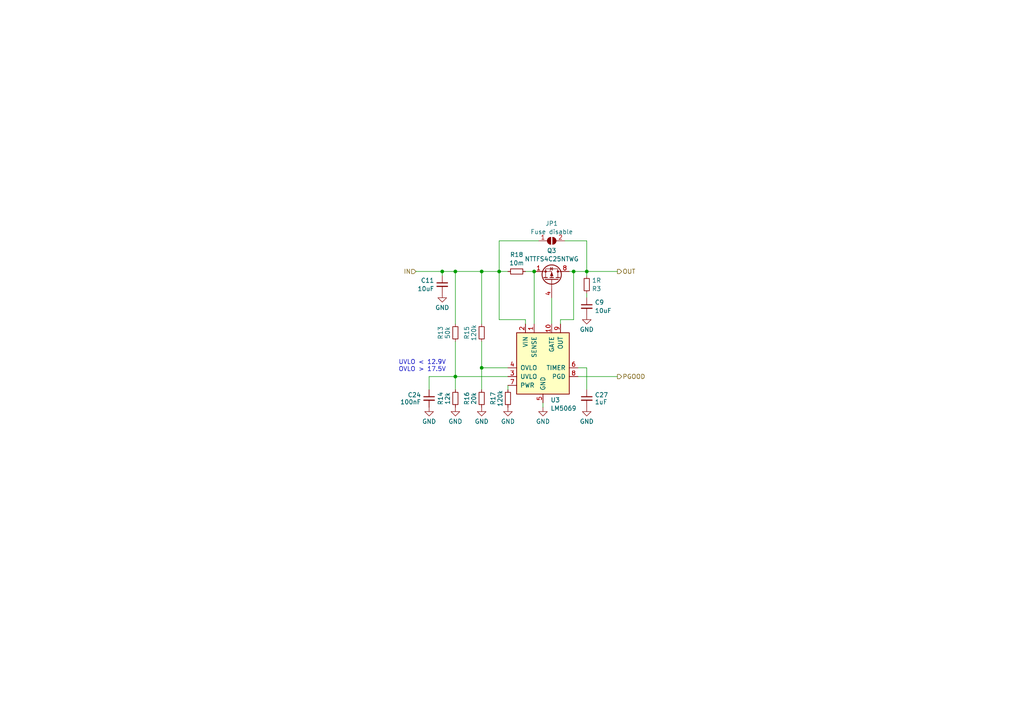
<source format=kicad_sch>
(kicad_sch (version 20230121) (generator eeschema)
  (paper "A4")
  (lib_symbols
    (symbol "Device:C_Small" (pin_numbers hide) (pin_names (offset 0.254) hide)
      (property "Reference" "C" (at 0.254 1.778 0))
      (property "Value" "C_Small" (at 0.254 -2.032 0))
      (symbol "C_Small_0_1"
        (polyline (pts (xy -1.524 -0.508) (xy 1.524 -0.508)) (stroke (width 0.3302)))
        (polyline (pts (xy -1.524 0.508) (xy 1.524 0.508)) (stroke (width 0.3048)))
      )
      (symbol "C_Small_1_1"
        (pin passive line (at 0 2.54 270) (length 2.032) (name "~") (number "1"))
        (pin passive line (at 0 -2.54 90) (length 2.032) (name "~") (number "2"))
      )
    )
    (symbol "Device:R_Small" (pin_numbers hide) (pin_names (offset 0.254) hide)
      (property "Reference" "R" (at 0.762 0.508 0))
      (property "Value" "R_Small" (at 0.762 -1.016 0))
      (symbol "R_Small_0_1"
        (rectangle (start -0.762 1.778) (end 0.762 -1.778) (stroke (width 0.2032)))
      )
      (symbol "R_Small_1_1"
        (pin passive line (at 0 2.54 270) (length 0.762) (name "~") (number "1"))
        (pin passive line (at 0 -2.54 90) (length 0.762) (name "~") (number "2"))
      )
    )
    (symbol "Jumper:SolderJumper_2_Open" (pin_names (offset 0) hide)
      (property "Reference" "JP" (at 0 2.032 0))
      (property "Value" "SolderJumper_2_Open" (at 0 -2.54 0))
      (symbol "SolderJumper_2_Open_0_1"
        (arc (start -0.254 1.016) (mid -1.2656 0) (end -0.254 -1.016))
        (arc (start -0.254 1.016) (mid -1.2656 0) (end -0.254 -1.016) (fill (type outline)))
        (polyline (pts (xy -0.254 1.016) (xy -0.254 -1.016)))
        (polyline (pts (xy 0.254 1.016) (xy 0.254 -1.016)))
        (arc (start 0.254 -1.016) (mid 1.2656 0) (end 0.254 1.016))
        (arc (start 0.254 -1.016) (mid 1.2656 0) (end 0.254 1.016) (fill (type outline)))
      )
      (symbol "SolderJumper_2_Open_1_1"
        (pin passive line (at -3.81 0 0) (length 2.54) (name "A") (number "1"))
        (pin passive line (at 3.81 0 180) (length 2.54) (name "B") (number "2"))
      )
    )
    (symbol "Power_Management_TI:LM5069" (pin_names (offset 1.016))
      (property "Reference" "U" (at -7.62 -11.43 0))
      (property "Value" "LM5069" (at 1.27 -11.43 0))
      (symbol "LM5069_0_1"
        (rectangle (start -7.62 7.62) (end 7.62 -10.16) (stroke (width 0.254)) (fill (type background)))
      )
      (symbol "LM5069_1_0"
        (pin power_in line (at 0 -12.7 90) (length 2.54) (name "GND") (number "5"))
      )
      (symbol "LM5069_1_1"
        (pin input line (at -2.54 10.16 270) (length 2.54) (name "SENSE") (number "1"))
        (pin output line (at 2.54 10.16 270) (length 2.54) (name "GATE") (number "10"))
        (pin power_in line (at -5.08 10.16 270) (length 2.54) (name "VIN") (number "2"))
        (pin input line (at -10.16 -5.08 0) (length 2.54) (name "UVLO") (number "3"))
        (pin input line (at -10.16 -2.54 0) (length 2.54) (name "OVLO") (number "4"))
        (pin input line (at 10.16 -2.54 180) (length 2.54) (name "TIMER") (number "6"))
        (pin input line (at -10.16 -7.62 0) (length 2.54) (name "PWR") (number "7"))
        (pin open_collector line (at 10.16 -5.08 180) (length 2.54) (name "PGD") (number "8"))
        (pin input line (at 5.08 10.16 270) (length 2.54) (name "OUT") (number "9"))
      )
    )
    (symbol "Transistor_FET:IRF7404" (pin_names hide)
      (property "Reference" "Q" (at 5.08 1.905 0))
      (property "Value" "IRF7404" (at 5.08 0 0))
      (symbol "IRF7404_0_1"
        (polyline (pts (xy 0.254 0) (xy -2.54 0)))
        (polyline (pts (xy 0.254 1.905) (xy 0.254 -1.905)) (stroke (width 0.254)))
        (polyline (pts (xy 0.762 -1.27) (xy 0.762 -2.286)) (stroke (width 0.254)))
        (polyline (pts (xy 0.762 0.508) (xy 0.762 -0.508)) (stroke (width 0.254)))
        (polyline (pts (xy 0.762 2.286) (xy 0.762 1.27)) (stroke (width 0.254)))
        (polyline (pts (xy 2.54 2.54) (xy 2.54 1.778)))
        (polyline (pts (xy 2.54 -2.54) (xy 2.54 0) (xy 0.762 0)))
        (polyline (pts (xy 0.762 1.778) (xy 3.302 1.778) (xy 3.302 -1.778) (xy 0.762 -1.778)))
        (polyline (pts (xy 2.286 0) (xy 1.27 0.381) (xy 1.27 -0.381) (xy 2.286 0)) (fill (type outline)))
        (polyline (pts (xy 2.794 -0.508) (xy 2.921 -0.381) (xy 3.683 -0.381) (xy 3.81 -0.254)))
        (polyline (pts (xy 3.302 -0.381) (xy 2.921 0.254) (xy 3.683 0.254) (xy 3.302 -0.381)))
        (circle (center 1.651 0) (radius 2.794) (stroke (width 0.254)))
        (circle (center 2.54 -1.778) (radius 0.254) (fill (type outline)))
        (circle (center 2.54 1.778) (radius 0.254) (fill (type outline)))
      )
      (symbol "IRF7404_1_1"
        (pin passive line (at 2.54 -5.08 90) (length 2.54) (name "S") (number "1"))
        (pin passive line (at 2.54 -5.08 90) (length 2.54) hide (name "S") (number "2"))
        (pin passive line (at 2.54 -5.08 90) (length 2.54) hide (name "S") (number "3"))
        (pin passive line (at -5.08 0 0) (length 2.54) (name "G") (number "4"))
        (pin passive line (at 2.54 5.08 270) (length 2.54) hide (name "D") (number "5"))
        (pin passive line (at 2.54 5.08 270) (length 2.54) hide (name "D") (number "6"))
        (pin passive line (at 2.54 5.08 270) (length 2.54) hide (name "D") (number "7"))
        (pin passive line (at 2.54 5.08 270) (length 2.54) (name "D") (number "8"))
      )
    )
    (symbol "power:GND" (power) (pin_names (offset 0))
      (property "Value" "GND" (at 0 -3.81 0))
      (symbol "GND_0_1"
        (polyline (pts (xy 0 0) (xy 0 -1.27) (xy 1.27 -1.27) (xy 0 -2.54) (xy -1.27 -1.27) (xy 0 -1.27)))
      )
      (symbol "GND_1_1"
        (pin power_in line (at 0 0 270) (length 0) hide (name "GND") (number "1"))
      )
    )
  )
  (junction (at 154.94 78.74))
  (junction (at 144.78 78.74))
  (junction (at 128.27 78.74))
  (junction (at 132.08 109.22))
  (junction (at 132.08 78.74))
  (junction (at 170.18 78.74))
  (junction (at 139.7 78.74))
  (junction (at 139.7 106.68))
  (junction (at 166.37 78.74))
  (wire (pts (xy 144.78 92.71) (xy 152.4 92.71)))
  (wire (pts (xy 139.7 93.98) (xy 139.7 78.74)))
  (wire (pts (xy 160.02 86.36) (xy 160.02 93.98)))
  (wire (pts (xy 170.18 69.85) (xy 163.83 69.85)))
  (wire (pts (xy 156.21 69.85) (xy 144.78 69.85)))
  (wire (pts (xy 165.1 78.74) (xy 166.37 78.74)))
  (wire (pts (xy 166.37 92.71) (xy 166.37 78.74)))
  (wire (pts (xy 162.56 92.71) (xy 166.37 92.71)))
  (wire (pts (xy 170.18 78.74) (xy 179.07 78.74)))
  (wire (pts (xy 147.32 111.76) (xy 147.32 113.03)))
  (wire (pts (xy 170.18 78.74) (xy 170.18 80.01)))
  (wire (pts (xy 162.56 93.98) (xy 162.56 92.71)))
  (wire (pts (xy 144.78 78.74) (xy 144.78 92.71)))
  (wire (pts (xy 144.78 78.74) (xy 147.32 78.74)))
  (wire (pts (xy 132.08 78.74) (xy 132.08 93.98)))
  (wire (pts (xy 132.08 109.22) (xy 147.32 109.22)))
  (wire (pts (xy 167.64 109.22) (xy 179.07 109.22)))
  (wire (pts (xy 132.08 109.22) (xy 132.08 113.03)))
  (wire (pts (xy 120.65 78.74) (xy 128.27 78.74)))
  (wire (pts (xy 124.46 109.22) (xy 132.08 109.22)))
  (wire (pts (xy 154.94 78.74) (xy 154.94 93.98)))
  (wire (pts (xy 152.4 92.71) (xy 152.4 93.98)))
  (wire (pts (xy 139.7 106.68) (xy 139.7 113.03)))
  (wire (pts (xy 144.78 69.85) (xy 144.78 78.74)))
  (wire (pts (xy 139.7 99.06) (xy 139.7 106.68)))
  (wire (pts (xy 139.7 106.68) (xy 147.32 106.68)))
  (wire (pts (xy 132.08 99.06) (xy 132.08 109.22)))
  (wire (pts (xy 124.46 109.22) (xy 124.46 113.03)))
  (wire (pts (xy 166.37 78.74) (xy 170.18 78.74)))
  (wire (pts (xy 170.18 78.74) (xy 170.18 69.85)))
  (wire (pts (xy 128.27 78.74) (xy 128.27 80.01)))
  (wire (pts (xy 170.18 113.03) (xy 170.18 106.68)))
  (wire (pts (xy 128.27 78.74) (xy 132.08 78.74)))
  (wire (pts (xy 170.18 85.09) (xy 170.18 86.36)))
  (wire (pts (xy 170.18 106.68) (xy 167.64 106.68)))
  (wire (pts (xy 157.48 116.84) (xy 157.48 118.11)))
  (wire (pts (xy 152.4 78.74) (xy 154.94 78.74)))
  (wire (pts (xy 139.7 78.74) (xy 144.78 78.74)))
  (wire (pts (xy 132.08 78.74) (xy 139.7 78.74)))
  (text "UVLO < 12.9V\nOVLO > 17.5V" (at 115.57 107.95 0) (effects (font (size 1.27 1.27)) (justify left bottom)))
  (hierarchical_label "IN" (shape input) (at 120.65 78.74 180))
  (hierarchical_label "OUT" (shape output) (at 179.07 78.74 0))
  (hierarchical_label "PGOOD" (shape output) (at 179.07 109.22 0))
  (symbol (lib_id "Transistor_FET:IRF7404") (at 160.02 81.28 270) (mirror x) (unit 1)
    (property "Reference" "Q3" (at 160.02 72.6907 90))
    (property "Value" "NTTFS4C25NTWG" (at 160.02 75.1149 90))
    (property "Footprint" "Package_DFN_FET:DFN-8-FET_3x3mm_P0.65mm" (effects hide))
    (property "Datasheet" "https://datasheet.lcsc.com/lcsc/2108140730_onsemi-NTTFS4C25NTWG_C893914.pdf" (effects hide))
    (property "LCSC" "C893914" (effects hide))
  )
  (symbol (lib_id "power:GND") (at 157.48 118.11 0) (unit 1)
    (property "Reference" "#PWR038" (effects hide))
    (property "Value" "GND" (at 157.48 122.2431 0))
    (instances (project "T41-USB-C-PSU" (path "" (reference "#PWR038") (unit 1))) (project "OpenHomeSwitch-PPoE" (path "" (reference "#PWR055") (unit 1))))
  )
  (symbol (lib_id "power:GND") (at 124.46 118.11 0) (unit 1)
    (property "Reference" "#PWR033" (effects hide))
    (property "Value" "GND" (at 124.46 122.2431 0))
    (instances (project "T41-USB-C-PSU" (path "" (reference "#PWR033") (unit 1))) (project "OpenHomeSwitch-PPoE" (path "" (reference "#PWR062") (unit 1))))
  )
  (symbol (lib_id "Device:R_Small") (at 132.08 115.57 0) (unit 1)
    (property "Reference" "R14" (at 127.7634 115.57 90))
    (property "Value" "12k" (at 129.8114 115.57 90))
    (property "Footprint" "Resistor_SMD:R_0402_1005Metric" (effects hide))
    (property "LCSC" "C25752" (effects hide))
    (instances (project "T41-USB-C-PSU" (path "" (reference "R14") (unit 1))) (project "OpenHomeSwitch-PPoE" (path "" (reference "R6") (unit 1)) (path "" (reference "R38") (unit 1))))
  )
  (symbol (lib_id "Device:R_Small") (at 132.08 96.52 0) (unit 1)
    (property "Reference" "R13" (at 127.7634 96.52 90))
    (property "Value" "50k" (at 129.8114 96.52 90))
    (property "Footprint" "Resistor_SMD:R_0402_1005Metric" (effects hide))
    (property "LCSC" "C25897" (effects hide))
    (instances (project "T41-USB-C-PSU" (path "" (reference "R13") (unit 1))) (project "OpenHomeSwitch-PPoE" (path "" (reference "R3") (unit 1)) (path "" (reference "R39") (unit 1))))
  )
  (symbol (lib_id "Device:C_Small") (at 124.46 115.57 0) (mirror y) (unit 1)
    (property "Reference" "C24" (at 122.1359 114.5523 0) (effects (justify left)))
    (property "Value" "100nF" (at 122.1359 116.6003 0) (effects (justify left)))
    (property "Footprint" "Capacitor_SMD:C_0402_1005Metric" (effects hide))
    (property "LCSC" "C1525" (effects hide))
    (instances (project "T41-USB-C-PSU" (path "" (reference "C24") (unit 1))) (project "OpenHomeSwitch-PPoE" (path "" (reference "C1") (unit 1)) (path "" (reference "C28") (unit 1))))
  )
  (symbol (lib_id "Device:C_Small") (at 128.27 82.55 0) (mirror y) (unit 1)
    (property "Reference" "C11" (at 125.9459 81.3442 0) (effects (justify left)))
    (property "Value" "10uF" (at 125.9459 83.7684 0) (effects (justify left)))
    (property "Footprint" "Capacitor_SMD:C_0805_2012Metric" (effects hide))
    (property "LCSC" "C440198" (effects hide))
    (instances (project "T41-USB-C-PSU" (path "" (reference "C11") (unit 1)) (path "" (reference "C11") (unit 1)) (path "" (reference "C20") (unit 1))))
  )
  (symbol (lib_id "power:GND") (at 128.27 85.09 0) (unit 1)
    (property "Reference" "#PWR034" (effects hide))
    (property "Value" "GND" (at 128.27 89.2231 0))
    (instances (project "T41-USB-C-PSU" (path "" (reference "#PWR034") (unit 1))) (project "OpenHomeSwitch-PPoE" (path "" (reference "#PWR060") (unit 1))))
  )
  (symbol (lib_id "power:GND") (at 170.18 118.11 0) (unit 1)
    (property "Reference" "#PWR040" (effects hide))
    (property "Value" "GND" (at 170.18 122.2431 0))
    (instances (project "T41-USB-C-PSU" (path "" (reference "#PWR040") (unit 1))) (project "OpenHomeSwitch-PPoE" (path "" (reference "#PWR059") (unit 1))))
  )
  (symbol (lib_id "Power_Management_TI:LM5069") (at 157.48 104.14 0) (unit 1)
    (property "Reference" "U3" (at 159.6741 116.0201 0) (effects (justify left)))
    (property "Value" "LM5069" (at 159.6741 118.4443 0) (effects (justify left)))
    (property "Footprint" "Package_SO:MSOP-10_3x3mm_P0.5mm" (effects hide))
    (property "Datasheet" "https://datasheet.lcsc.com/szlcsc/Texas-Instruments-TI-LM5069MM-2-NOPB_C111822.pdf" (effects hide))
    (property "LCSC" "C111822" (effects hide))
    (instances (project "T41-USB-C-PSU" (path "" (reference "U3") (unit 1))) (project "OpenHomeSwitch-PPoE" (path "" (reference "U11") (unit 1))))
  )
  (symbol (lib_id "Device:R_Small") (at 170.18 82.55 0) (mirror y) (unit 1)
    (property "Reference" "R3" (at 171.6786 83.7621 0) (effects (justify right)))
    (property "Value" "1R" (at 171.6786 81.3379 0) (effects (justify right)))
    (property "Footprint" "Resistor_SMD:R_0805_2012Metric" (effects hide))
    (property "LCSC" "C25271" (effects hide))
    (instances (project "T41-USB-C-PSU" (path "" (reference "R3") (unit 1)) (path "" (reference "R3") (unit 1)) (path "" (reference "R6") (unit 1)) (path "" (reference "R21") (unit 1))))
  )
  (symbol (lib_id "Device:R_Small") (at 139.7 115.57 0) (unit 1)
    (property "Reference" "R16" (at 135.3834 115.57 90))
    (property "Value" "20k" (at 137.4314 115.57 90))
    (property "Footprint" "Resistor_SMD:R_0402_1005Metric" (effects hide))
    (property "LCSC" "C25765" (effects hide))
    (instances (project "T41-USB-C-PSU" (path "" (reference "R16") (unit 1))) (project "OpenHomeSwitch-PPoE" (path "" (reference "R6") (unit 1)) (path "" (reference "R37") (unit 1))))
  )
  (symbol (lib_id "Device:R_Small") (at 147.32 115.57 0) (unit 1)
    (property "Reference" "R17" (at 143.0034 115.57 90))
    (property "Value" "120k" (at 145.0514 115.57 90))
    (property "Footprint" "Resistor_SMD:R_0402_1005Metric" (effects hide))
    (property "LCSC" "C25750" (effects hide))
    (instances (project "T41-USB-C-PSU" (path "" (reference "R17") (unit 1))) (project "OpenHomeSwitch-PPoE" (path "" (reference "R6") (unit 1)) (path "" (reference "R40") (unit 1))))
  )
  (symbol (lib_id "power:GND") (at 132.08 118.11 0) (unit 1)
    (property "Reference" "#PWR035" (effects hide))
    (property "Value" "GND" (at 132.08 122.2431 0))
    (instances (project "T41-USB-C-PSU" (path "" (reference "#PWR035") (unit 1))) (project "OpenHomeSwitch-PPoE" (path "" (reference "#PWR057") (unit 1))))
  )
  (symbol (lib_id "Device:R_Small") (at 139.7 96.52 0) (unit 1)
    (property "Reference" "R15" (at 135.3834 96.52 90))
    (property "Value" "120k" (at 137.4314 96.52 90))
    (property "Footprint" "Resistor_SMD:R_0402_1005Metric" (effects hide))
    (property "LCSC" "C25750" (effects hide))
    (instances (project "T41-USB-C-PSU" (path "" (reference "R15") (unit 1))) (project "OpenHomeSwitch-PPoE" (path "" (reference "R3") (unit 1)) (path "" (reference "R36") (unit 1))))
  )
  (symbol (lib_id "Device:R_Small") (at 149.86 78.74 90) (mirror x) (unit 1)
    (property "Reference" "R18" (at 149.86 73.8591 90))
    (property "Value" "10m" (at 149.86 76.2833 90))
    (property "Footprint" "Resistor_SMD:R_2512_6332Metric" (effects hide))
    (property "LCSC" "C127692" (effects hide))
    (instances (project "T41-USB-C-PSU" (path "" (reference "R18") (unit 1))) (project "OpenHomeSwitch-PPoE" (path "" (reference "R2") (unit 1)) (path "" (reference "R33") (unit 1))))
  )
  (symbol (lib_id "power:GND") (at 170.18 91.44 0) (unit 1)
    (property "Reference" "#PWR039" (effects hide))
    (property "Value" "GND" (at 170.18 95.5731 0))
  )
  (symbol (lib_id "Device:C_Small") (at 170.18 115.57 0) (unit 1)
    (property "Reference" "C27" (at 172.5041 114.5523 0) (effects (justify left)))
    (property "Value" "1uF" (at 172.5041 116.6003 0) (effects (justify left)))
    (property "Footprint" "Capacitor_SMD:C_0402_1005Metric" (effects hide))
    (property "LCSC" "C52923" (effects hide))
    (instances (project "T41-USB-C-PSU" (path "" (reference "C27") (unit 1))) (project "OpenHomeSwitch-PPoE" (path "" (reference "C1") (unit 1)) (path "" (reference "C25") (unit 1))))
  )
  (symbol (lib_id "power:GND") (at 147.32 118.11 0) (unit 1)
    (property "Reference" "#PWR037" (effects hide))
    (property "Value" "GND" (at 147.32 122.2431 0))
    (instances (project "T41-USB-C-PSU" (path "" (reference "#PWR037") (unit 1))) (project "OpenHomeSwitch-PPoE" (path "" (reference "#PWR058") (unit 1))))
  )
  (symbol (lib_id "Device:C_Small") (at 170.18 88.9 0) (unit 1)
    (property "Reference" "C9" (at 172.5041 87.6942 0) (effects (justify left)))
    (property "Value" "10uF" (at 172.5041 90.1184 0) (effects (justify left)))
    (property "Footprint" "Capacitor_SMD:C_0805_2012Metric" (effects hide))
    (property "LCSC" "C440198" (effects hide))
    (instances (project "T41-USB-C-PSU" (path "" (reference "C9") (unit 1)) (path "" (reference "C9") (unit 1)) (path "" (reference "C14") (unit 1)) (path "" (reference "C26") (unit 1))))
  )
  (symbol (lib_id "Jumper:SolderJumper_2_Open") (at 160.02 69.85 0) (unit 1) (in_bom no)
    (property "Reference" "JP1" (at 160.02 64.8167 0))
    (property "Value" "Fuse disable" (at 160.02 67.2409 0))
    (property "Footprint" "Jumper:SolderJumper-2_P1.3mm_Open_Pad1.0x1.5mm" (effects hide))
  )
  (symbol (lib_id "power:GND") (at 139.7 118.11 0) (unit 1)
    (property "Reference" "#PWR036" (effects hide))
    (property "Value" "GND" (at 139.7 122.2431 0))
    (instances (project "T41-USB-C-PSU" (path "" (reference "#PWR036") (unit 1))) (project "OpenHomeSwitch-PPoE" (path "" (reference "#PWR056") (unit 1))))
  )
)
</source>
